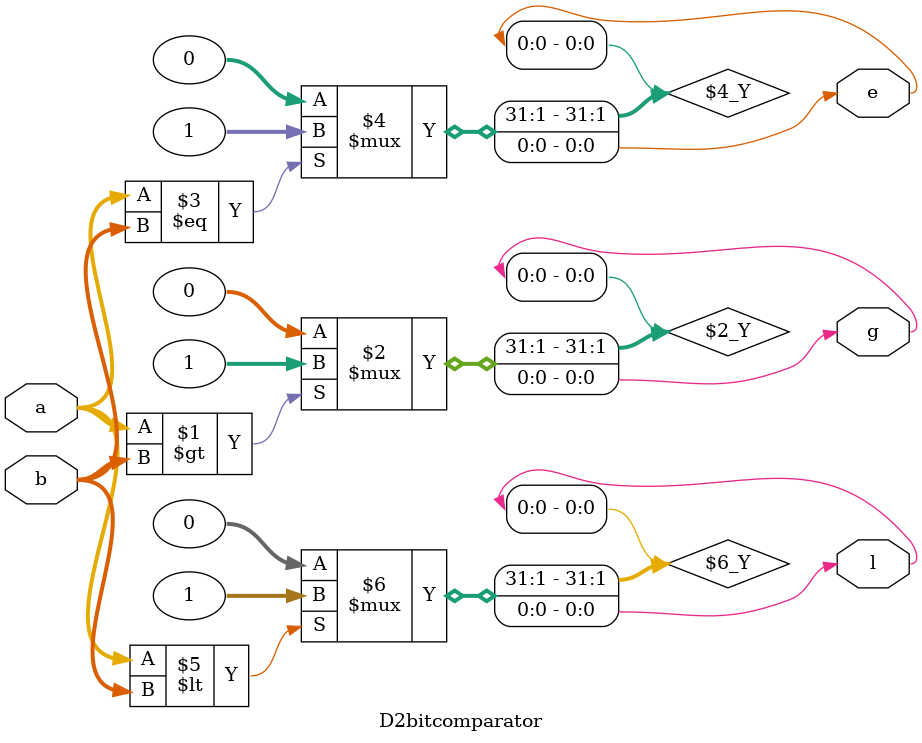
<source format=v>
`timescale 1ns / 1ps

module D2bitcomparator(g,e,l,a,b
    );
input [1:0]a,b;
output g,e,l;
wire g,e,l;
assign g=a[1:0]>b[1:0]?1:0;
assign e=a[1:0]==b[1:0]?1:0;
assign l=a[1:0]<b[1:0]?1:0;
endmodule


/*
module D2bitcomparator(g,e,l,a1,a0,b1,b0
    );
input a1,a0,b1,b0;
output g,e,l;
wire g,e,l;
assign g=(a1~^b1)|(a0&(~b0));
assign e=(a1~^b1)&(a0~^b0);
assign l=(a1~^b1)|(b0&(~a0));
endmodule
*/
</source>
